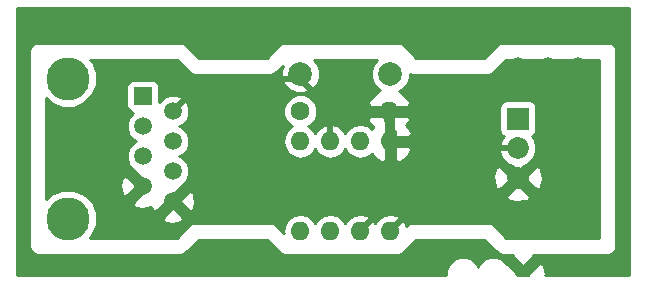
<source format=gbl>
G04 #@! TF.FileFunction,Copper,L2,Bot,Signal*
%FSLAX46Y46*%
G04 Gerber Fmt 4.6, Leading zero omitted, Abs format (unit mm)*
G04 Created by KiCad (PCBNEW 4.0.6) date Mon May  1 22:36:10 2017*
%MOMM*%
%LPD*%
G01*
G04 APERTURE LIST*
%ADD10C,0.100000*%
%ADD11O,1.600000X1.600000*%
%ADD12C,3.649980*%
%ADD13R,1.501140X1.501140*%
%ADD14C,1.501140*%
%ADD15C,1.998980*%
%ADD16C,1.524000*%
%ADD17C,1.600000*%
%ADD18R,1.850000X1.850000*%
%ADD19C,1.850000*%
%ADD20C,0.500000*%
%ADD21C,0.254000*%
G04 APERTURE END LIST*
D10*
D11*
X116205000Y-98425000D03*
X118745000Y-98425000D03*
X121285000Y-98425000D03*
X123825000Y-98425000D03*
X123825000Y-90805000D03*
X121285000Y-90805000D03*
X118745000Y-90805000D03*
X116205000Y-90805000D03*
D12*
X96520000Y-97378520D03*
X96520000Y-85509100D03*
D13*
X102870000Y-86995000D03*
D14*
X105410000Y-88265000D03*
X102870000Y-89535000D03*
X105410000Y-90805000D03*
X102870000Y-92075000D03*
X105410000Y-93345000D03*
X102870000Y-94615000D03*
X105410000Y-95885000D03*
D15*
X116205000Y-85090000D03*
X123825000Y-85090000D03*
D16*
X134620000Y-84455000D03*
X137160000Y-84455000D03*
X139700000Y-84455000D03*
D17*
X116205000Y-88265000D03*
D11*
X123705000Y-88265000D03*
D18*
X134620000Y-88900000D03*
D19*
X134620000Y-91400000D03*
X134620000Y-93900000D03*
D20*
X130850000Y-91400000D02*
X123825000Y-98425000D01*
X134620000Y-91400000D02*
X130850000Y-91400000D01*
X116205000Y-85090000D02*
X116205000Y-85565500D01*
X118745000Y-88105500D02*
X116205000Y-85565500D01*
X118745000Y-90805000D02*
X118745000Y-88105500D01*
X108109500Y-85565500D02*
X105410000Y-88265000D01*
X116205000Y-85565500D02*
X108109500Y-85565500D01*
X132680800Y-87029200D02*
X121285000Y-98425000D01*
X134585800Y-87029200D02*
X132680800Y-87029200D01*
X137160000Y-84455000D02*
X134585800Y-87029200D01*
D21*
G36*
X144018000Y-102108000D02*
X136957262Y-102108000D01*
X136964411Y-102078411D01*
X136847931Y-101336003D01*
X136787918Y-101191117D01*
X136436106Y-101131396D01*
X135567502Y-102000000D01*
X135581644Y-102014142D01*
X135487786Y-102108000D01*
X134592214Y-102108000D01*
X134498356Y-102014142D01*
X134512498Y-102000000D01*
X133643894Y-101131396D01*
X133612214Y-101136774D01*
X133292370Y-100816371D01*
X132779100Y-100603243D01*
X132223339Y-100602758D01*
X131709697Y-100814990D01*
X131316371Y-101207630D01*
X131230051Y-101415512D01*
X131145010Y-101209697D01*
X130752370Y-100816371D01*
X130239100Y-100603243D01*
X129683339Y-100602758D01*
X129169697Y-100814990D01*
X128776371Y-101207630D01*
X128563243Y-101720900D01*
X128562905Y-102108000D01*
X92202000Y-102108000D01*
X92202000Y-83185000D01*
X93270000Y-83185000D01*
X93270000Y-99695000D01*
X93324046Y-99966705D01*
X93477954Y-100197046D01*
X93708295Y-100350954D01*
X93980000Y-100405000D01*
X106045000Y-100405000D01*
X106316705Y-100350954D01*
X106547046Y-100197046D01*
X107609092Y-99135000D01*
X113370908Y-99135000D01*
X114432954Y-100197046D01*
X114663295Y-100350954D01*
X114935000Y-100405000D01*
X124460000Y-100405000D01*
X124731705Y-100350954D01*
X124962046Y-100197046D01*
X126024092Y-99135000D01*
X131785908Y-99135000D01*
X132847954Y-100197046D01*
X133078295Y-100350954D01*
X133350000Y-100405000D01*
X134205159Y-100405000D01*
X134171396Y-100603894D01*
X135040000Y-101472498D01*
X135908604Y-100603894D01*
X135874841Y-100405000D01*
X142240000Y-100405000D01*
X142511705Y-100350954D01*
X142742046Y-100197046D01*
X142895954Y-99966705D01*
X142950000Y-99695000D01*
X142950000Y-83185000D01*
X142895954Y-82913295D01*
X142742046Y-82682954D01*
X142511705Y-82529046D01*
X142240000Y-82475000D01*
X133350000Y-82475000D01*
X133078295Y-82529046D01*
X132847954Y-82682954D01*
X131785908Y-83745000D01*
X126024092Y-83745000D01*
X124962046Y-82682954D01*
X124731705Y-82529046D01*
X124460000Y-82475000D01*
X114935000Y-82475000D01*
X114663295Y-82529046D01*
X114432954Y-82682954D01*
X113370908Y-83745000D01*
X107609092Y-83745000D01*
X106547046Y-82682954D01*
X106316705Y-82529046D01*
X106045000Y-82475000D01*
X93980000Y-82475000D01*
X93708295Y-82529046D01*
X93477954Y-82682954D01*
X93324046Y-82913295D01*
X93270000Y-83185000D01*
X92202000Y-83185000D01*
X92202000Y-79502000D01*
X144018000Y-79502000D01*
X144018000Y-102108000D01*
X144018000Y-102108000D01*
G37*
X144018000Y-102108000D02*
X136957262Y-102108000D01*
X136964411Y-102078411D01*
X136847931Y-101336003D01*
X136787918Y-101191117D01*
X136436106Y-101131396D01*
X135567502Y-102000000D01*
X135581644Y-102014142D01*
X135487786Y-102108000D01*
X134592214Y-102108000D01*
X134498356Y-102014142D01*
X134512498Y-102000000D01*
X133643894Y-101131396D01*
X133612214Y-101136774D01*
X133292370Y-100816371D01*
X132779100Y-100603243D01*
X132223339Y-100602758D01*
X131709697Y-100814990D01*
X131316371Y-101207630D01*
X131230051Y-101415512D01*
X131145010Y-101209697D01*
X130752370Y-100816371D01*
X130239100Y-100603243D01*
X129683339Y-100602758D01*
X129169697Y-100814990D01*
X128776371Y-101207630D01*
X128563243Y-101720900D01*
X128562905Y-102108000D01*
X92202000Y-102108000D01*
X92202000Y-83185000D01*
X93270000Y-83185000D01*
X93270000Y-99695000D01*
X93324046Y-99966705D01*
X93477954Y-100197046D01*
X93708295Y-100350954D01*
X93980000Y-100405000D01*
X106045000Y-100405000D01*
X106316705Y-100350954D01*
X106547046Y-100197046D01*
X107609092Y-99135000D01*
X113370908Y-99135000D01*
X114432954Y-100197046D01*
X114663295Y-100350954D01*
X114935000Y-100405000D01*
X124460000Y-100405000D01*
X124731705Y-100350954D01*
X124962046Y-100197046D01*
X126024092Y-99135000D01*
X131785908Y-99135000D01*
X132847954Y-100197046D01*
X133078295Y-100350954D01*
X133350000Y-100405000D01*
X134205159Y-100405000D01*
X134171396Y-100603894D01*
X135040000Y-101472498D01*
X135908604Y-100603894D01*
X135874841Y-100405000D01*
X142240000Y-100405000D01*
X142511705Y-100350954D01*
X142742046Y-100197046D01*
X142895954Y-99966705D01*
X142950000Y-99695000D01*
X142950000Y-83185000D01*
X142895954Y-82913295D01*
X142742046Y-82682954D01*
X142511705Y-82529046D01*
X142240000Y-82475000D01*
X133350000Y-82475000D01*
X133078295Y-82529046D01*
X132847954Y-82682954D01*
X131785908Y-83745000D01*
X126024092Y-83745000D01*
X124962046Y-82682954D01*
X124731705Y-82529046D01*
X124460000Y-82475000D01*
X114935000Y-82475000D01*
X114663295Y-82529046D01*
X114432954Y-82682954D01*
X113370908Y-83745000D01*
X107609092Y-83745000D01*
X106547046Y-82682954D01*
X106316705Y-82529046D01*
X106045000Y-82475000D01*
X93980000Y-82475000D01*
X93708295Y-82529046D01*
X93477954Y-82682954D01*
X93324046Y-82913295D01*
X93270000Y-83185000D01*
X92202000Y-83185000D01*
X92202000Y-79502000D01*
X144018000Y-79502000D01*
X144018000Y-102108000D01*
G36*
X106812954Y-84957046D02*
X107043295Y-85110954D01*
X107315000Y-85165000D01*
X113665000Y-85165000D01*
X113936705Y-85110954D01*
X114167046Y-84957046D01*
X114720023Y-84404069D01*
X114570794Y-84763453D01*
X114570226Y-85413694D01*
X114818538Y-86014655D01*
X115277927Y-86474846D01*
X115878453Y-86724206D01*
X116528694Y-86724774D01*
X117129655Y-86476462D01*
X117589846Y-86017073D01*
X117839206Y-85416547D01*
X117839774Y-84766306D01*
X117591462Y-84165345D01*
X117321588Y-83895000D01*
X122708549Y-83895000D01*
X122440154Y-84162927D01*
X122190794Y-84763453D01*
X122190226Y-85413694D01*
X122438538Y-86014655D01*
X122897927Y-86474846D01*
X122964672Y-86502561D01*
X122399141Y-86847909D01*
X121956246Y-87455509D01*
X121896071Y-87600844D01*
X122102590Y-87892000D01*
X123332000Y-87892000D01*
X123332000Y-87872000D01*
X124078000Y-87872000D01*
X124078000Y-87892000D01*
X125307410Y-87892000D01*
X125513929Y-87600844D01*
X125453754Y-87455509D01*
X125010859Y-86847909D01*
X124542653Y-86561994D01*
X124749655Y-86476462D01*
X125209846Y-86017073D01*
X125459206Y-85416547D01*
X125459473Y-85111188D01*
X125730000Y-85165000D01*
X132080000Y-85165000D01*
X132351705Y-85110954D01*
X132582046Y-84957046D01*
X133644092Y-83895000D01*
X141530000Y-83895000D01*
X141530000Y-98985000D01*
X133644092Y-98985000D01*
X132582046Y-97922954D01*
X132351705Y-97769046D01*
X132080000Y-97715000D01*
X125730000Y-97715000D01*
X125458295Y-97769046D01*
X125227954Y-97922954D01*
X125176053Y-97974855D01*
X125150767Y-97847736D01*
X124839698Y-97382189D01*
X124374151Y-97071120D01*
X123825000Y-96961887D01*
X123275849Y-97071120D01*
X122810302Y-97382189D01*
X122555000Y-97764275D01*
X122299698Y-97382189D01*
X121834151Y-97071120D01*
X121285000Y-96961887D01*
X120735849Y-97071120D01*
X120270302Y-97382189D01*
X120015000Y-97764275D01*
X119759698Y-97382189D01*
X119294151Y-97071120D01*
X118745000Y-96961887D01*
X118195849Y-97071120D01*
X117730302Y-97382189D01*
X117475000Y-97764275D01*
X117219698Y-97382189D01*
X116754151Y-97071120D01*
X116205000Y-96961887D01*
X115655849Y-97071120D01*
X115190302Y-97382189D01*
X114879233Y-97847736D01*
X114770000Y-98396887D01*
X114770000Y-98453113D01*
X114788075Y-98543983D01*
X114167046Y-97922954D01*
X113936705Y-97769046D01*
X113665000Y-97715000D01*
X107315000Y-97715000D01*
X107043295Y-97769046D01*
X106812954Y-97922954D01*
X105750908Y-98985000D01*
X98392705Y-98985000D01*
X98604262Y-98773812D01*
X98979562Y-97869989D01*
X98980083Y-97272643D01*
X104549859Y-97272643D01*
X104608100Y-97623306D01*
X105334362Y-97797860D01*
X106072140Y-97681198D01*
X106211900Y-97623306D01*
X106270141Y-97272643D01*
X105410000Y-96412502D01*
X104549859Y-97272643D01*
X98980083Y-97272643D01*
X98980416Y-96891345D01*
X98606694Y-95986868D01*
X97915292Y-95294258D01*
X97011469Y-94918958D01*
X96032825Y-94918104D01*
X95128348Y-95291826D01*
X94690000Y-95729409D01*
X94690000Y-94539362D01*
X100957140Y-94539362D01*
X101073802Y-95277140D01*
X101131694Y-95416900D01*
X101482357Y-95475141D01*
X102342498Y-94615000D01*
X101482357Y-93754859D01*
X101131694Y-93813100D01*
X100957140Y-94539362D01*
X94690000Y-94539362D01*
X94690000Y-87157894D01*
X95124708Y-87593362D01*
X96028531Y-87968662D01*
X97007175Y-87969516D01*
X97911652Y-87595794D01*
X98604262Y-86904392D01*
X98878302Y-86244430D01*
X101471990Y-86244430D01*
X101471990Y-87745570D01*
X101516268Y-87980887D01*
X101655340Y-88197011D01*
X101867540Y-88342001D01*
X102064021Y-88381789D01*
X101696056Y-88749113D01*
X101484671Y-89258184D01*
X101484190Y-89809398D01*
X101694686Y-90318837D01*
X102084113Y-90708944D01*
X102315381Y-90804975D01*
X102086163Y-90899686D01*
X101696056Y-91289113D01*
X101484671Y-91798184D01*
X101484190Y-92349398D01*
X101694686Y-92858837D01*
X102017377Y-93182092D01*
X102009859Y-93227357D01*
X102870000Y-94087498D01*
X102884142Y-94073356D01*
X103411644Y-94600858D01*
X103397502Y-94615000D01*
X103411644Y-94629142D01*
X102884142Y-95156644D01*
X102870000Y-95142502D01*
X102009859Y-96002643D01*
X102068100Y-96353306D01*
X102794362Y-96527860D01*
X103532140Y-96411198D01*
X103588607Y-96387808D01*
X103613802Y-96547140D01*
X103671694Y-96686900D01*
X104022357Y-96745141D01*
X104882498Y-95885000D01*
X105937502Y-95885000D01*
X106797643Y-96745141D01*
X107148306Y-96686900D01*
X107322860Y-95960638D01*
X107236813Y-95416469D01*
X133631033Y-95416469D01*
X133711700Y-95784754D01*
X134502104Y-95988877D01*
X135310457Y-95874987D01*
X135528300Y-95784754D01*
X135608967Y-95416469D01*
X134620000Y-94427502D01*
X133631033Y-95416469D01*
X107236813Y-95416469D01*
X107206198Y-95222860D01*
X107148306Y-95083100D01*
X106797643Y-95024859D01*
X105937502Y-95885000D01*
X104882498Y-95885000D01*
X104868356Y-95870858D01*
X105395858Y-95343356D01*
X105410000Y-95357498D01*
X106270141Y-94497357D01*
X106262560Y-94451711D01*
X106583944Y-94130887D01*
X106728771Y-93782104D01*
X132531123Y-93782104D01*
X132645013Y-94590457D01*
X132735246Y-94808300D01*
X133103531Y-94888967D01*
X134092498Y-93900000D01*
X135147502Y-93900000D01*
X136136469Y-94888967D01*
X136504754Y-94808300D01*
X136708877Y-94017896D01*
X136594987Y-93209543D01*
X136504754Y-92991700D01*
X136136469Y-92911033D01*
X135147502Y-93900000D01*
X134092498Y-93900000D01*
X133103531Y-92911033D01*
X132735246Y-92991700D01*
X132531123Y-93782104D01*
X106728771Y-93782104D01*
X106795329Y-93621816D01*
X106795810Y-93070602D01*
X106585314Y-92561163D01*
X106195887Y-92171056D01*
X105964619Y-92075025D01*
X106193837Y-91980314D01*
X106583944Y-91590887D01*
X106795329Y-91081816D01*
X106795810Y-90530602D01*
X106585314Y-90021163D01*
X106195887Y-89631056D01*
X105964619Y-89535025D01*
X106193837Y-89440314D01*
X106583944Y-89050887D01*
X106792268Y-88549187D01*
X114769752Y-88549187D01*
X114987757Y-89076800D01*
X115391077Y-89480824D01*
X115526954Y-89537245D01*
X115190302Y-89762189D01*
X114879233Y-90227736D01*
X114770000Y-90776887D01*
X114770000Y-90833113D01*
X114879233Y-91382264D01*
X115190302Y-91847811D01*
X115655849Y-92158880D01*
X116205000Y-92268113D01*
X116754151Y-92158880D01*
X117219698Y-91847811D01*
X117475000Y-91465725D01*
X117730302Y-91847811D01*
X118195849Y-92158880D01*
X118745000Y-92268113D01*
X119294151Y-92158880D01*
X119759698Y-91847811D01*
X120015000Y-91465725D01*
X120270302Y-91847811D01*
X120735849Y-92158880D01*
X121285000Y-92268113D01*
X121834151Y-92158880D01*
X122262467Y-91872688D01*
X122407909Y-92110859D01*
X123015509Y-92553754D01*
X123160844Y-92613929D01*
X123452000Y-92407410D01*
X123452000Y-91178000D01*
X124198000Y-91178000D01*
X124198000Y-92407410D01*
X124489156Y-92613929D01*
X124634491Y-92553754D01*
X125242091Y-92110859D01*
X125633952Y-91469159D01*
X125433828Y-91178000D01*
X124198000Y-91178000D01*
X123452000Y-91178000D01*
X123432000Y-91178000D01*
X123432000Y-90432000D01*
X123452000Y-90432000D01*
X123452000Y-89202590D01*
X123332000Y-89117473D01*
X123332000Y-88638000D01*
X124078000Y-88638000D01*
X124078000Y-89873828D01*
X124198000Y-89956308D01*
X124198000Y-90432000D01*
X125433828Y-90432000D01*
X125633952Y-90140841D01*
X125242091Y-89499141D01*
X125178176Y-89452552D01*
X125453754Y-89074491D01*
X125513929Y-88929156D01*
X125307410Y-88638000D01*
X124078000Y-88638000D01*
X123332000Y-88638000D01*
X122102590Y-88638000D01*
X121896071Y-88929156D01*
X121956246Y-89074491D01*
X122343120Y-89605237D01*
X122262467Y-89737312D01*
X121834151Y-89451120D01*
X121285000Y-89341887D01*
X120735849Y-89451120D01*
X120270302Y-89762189D01*
X120015000Y-90144275D01*
X119759698Y-89762189D01*
X119294151Y-89451120D01*
X118745000Y-89341887D01*
X118195849Y-89451120D01*
X117730302Y-89762189D01*
X117475000Y-90144275D01*
X117219698Y-89762189D01*
X116883290Y-89537408D01*
X117016800Y-89482243D01*
X117420824Y-89078923D01*
X117639750Y-88551691D01*
X117640248Y-87980813D01*
X117637847Y-87975000D01*
X133047560Y-87975000D01*
X133047560Y-89825000D01*
X133091838Y-90060317D01*
X133230910Y-90276441D01*
X133412874Y-90400771D01*
X133298268Y-90515177D01*
X133060272Y-91088336D01*
X133059730Y-91708942D01*
X133296725Y-92282514D01*
X133735177Y-92721732D01*
X134135436Y-92887934D01*
X134620000Y-93372498D01*
X135104955Y-92887543D01*
X135502514Y-92723275D01*
X135941732Y-92284823D01*
X136179728Y-91711664D01*
X136180270Y-91091058D01*
X135943275Y-90517486D01*
X135825246Y-90399251D01*
X135996441Y-90289090D01*
X136141431Y-90076890D01*
X136192440Y-89825000D01*
X136192440Y-87975000D01*
X136148162Y-87739683D01*
X136009090Y-87523559D01*
X135796890Y-87378569D01*
X135545000Y-87327560D01*
X133695000Y-87327560D01*
X133459683Y-87371838D01*
X133243559Y-87510910D01*
X133098569Y-87723110D01*
X133047560Y-87975000D01*
X117637847Y-87975000D01*
X117422243Y-87453200D01*
X117018923Y-87049176D01*
X116491691Y-86830250D01*
X115920813Y-86829752D01*
X115393200Y-87047757D01*
X114989176Y-87451077D01*
X114770250Y-87978309D01*
X114769752Y-88549187D01*
X106792268Y-88549187D01*
X106795329Y-88541816D01*
X106795810Y-87990602D01*
X106585314Y-87481163D01*
X106195887Y-87091056D01*
X105686816Y-86879671D01*
X105135602Y-86879190D01*
X104626163Y-87089686D01*
X104268010Y-87447215D01*
X104268010Y-86244430D01*
X104223732Y-86009113D01*
X104084660Y-85792989D01*
X103872460Y-85647999D01*
X103620570Y-85596990D01*
X102119430Y-85596990D01*
X101884113Y-85641268D01*
X101667989Y-85780340D01*
X101522999Y-85992540D01*
X101471990Y-86244430D01*
X98878302Y-86244430D01*
X98979562Y-86000569D01*
X98980416Y-85021925D01*
X98606694Y-84117448D01*
X98384634Y-83895000D01*
X105750908Y-83895000D01*
X106812954Y-84957046D01*
X106812954Y-84957046D01*
G37*
X106812954Y-84957046D02*
X107043295Y-85110954D01*
X107315000Y-85165000D01*
X113665000Y-85165000D01*
X113936705Y-85110954D01*
X114167046Y-84957046D01*
X114720023Y-84404069D01*
X114570794Y-84763453D01*
X114570226Y-85413694D01*
X114818538Y-86014655D01*
X115277927Y-86474846D01*
X115878453Y-86724206D01*
X116528694Y-86724774D01*
X117129655Y-86476462D01*
X117589846Y-86017073D01*
X117839206Y-85416547D01*
X117839774Y-84766306D01*
X117591462Y-84165345D01*
X117321588Y-83895000D01*
X122708549Y-83895000D01*
X122440154Y-84162927D01*
X122190794Y-84763453D01*
X122190226Y-85413694D01*
X122438538Y-86014655D01*
X122897927Y-86474846D01*
X122964672Y-86502561D01*
X122399141Y-86847909D01*
X121956246Y-87455509D01*
X121896071Y-87600844D01*
X122102590Y-87892000D01*
X123332000Y-87892000D01*
X123332000Y-87872000D01*
X124078000Y-87872000D01*
X124078000Y-87892000D01*
X125307410Y-87892000D01*
X125513929Y-87600844D01*
X125453754Y-87455509D01*
X125010859Y-86847909D01*
X124542653Y-86561994D01*
X124749655Y-86476462D01*
X125209846Y-86017073D01*
X125459206Y-85416547D01*
X125459473Y-85111188D01*
X125730000Y-85165000D01*
X132080000Y-85165000D01*
X132351705Y-85110954D01*
X132582046Y-84957046D01*
X133644092Y-83895000D01*
X141530000Y-83895000D01*
X141530000Y-98985000D01*
X133644092Y-98985000D01*
X132582046Y-97922954D01*
X132351705Y-97769046D01*
X132080000Y-97715000D01*
X125730000Y-97715000D01*
X125458295Y-97769046D01*
X125227954Y-97922954D01*
X125176053Y-97974855D01*
X125150767Y-97847736D01*
X124839698Y-97382189D01*
X124374151Y-97071120D01*
X123825000Y-96961887D01*
X123275849Y-97071120D01*
X122810302Y-97382189D01*
X122555000Y-97764275D01*
X122299698Y-97382189D01*
X121834151Y-97071120D01*
X121285000Y-96961887D01*
X120735849Y-97071120D01*
X120270302Y-97382189D01*
X120015000Y-97764275D01*
X119759698Y-97382189D01*
X119294151Y-97071120D01*
X118745000Y-96961887D01*
X118195849Y-97071120D01*
X117730302Y-97382189D01*
X117475000Y-97764275D01*
X117219698Y-97382189D01*
X116754151Y-97071120D01*
X116205000Y-96961887D01*
X115655849Y-97071120D01*
X115190302Y-97382189D01*
X114879233Y-97847736D01*
X114770000Y-98396887D01*
X114770000Y-98453113D01*
X114788075Y-98543983D01*
X114167046Y-97922954D01*
X113936705Y-97769046D01*
X113665000Y-97715000D01*
X107315000Y-97715000D01*
X107043295Y-97769046D01*
X106812954Y-97922954D01*
X105750908Y-98985000D01*
X98392705Y-98985000D01*
X98604262Y-98773812D01*
X98979562Y-97869989D01*
X98980083Y-97272643D01*
X104549859Y-97272643D01*
X104608100Y-97623306D01*
X105334362Y-97797860D01*
X106072140Y-97681198D01*
X106211900Y-97623306D01*
X106270141Y-97272643D01*
X105410000Y-96412502D01*
X104549859Y-97272643D01*
X98980083Y-97272643D01*
X98980416Y-96891345D01*
X98606694Y-95986868D01*
X97915292Y-95294258D01*
X97011469Y-94918958D01*
X96032825Y-94918104D01*
X95128348Y-95291826D01*
X94690000Y-95729409D01*
X94690000Y-94539362D01*
X100957140Y-94539362D01*
X101073802Y-95277140D01*
X101131694Y-95416900D01*
X101482357Y-95475141D01*
X102342498Y-94615000D01*
X101482357Y-93754859D01*
X101131694Y-93813100D01*
X100957140Y-94539362D01*
X94690000Y-94539362D01*
X94690000Y-87157894D01*
X95124708Y-87593362D01*
X96028531Y-87968662D01*
X97007175Y-87969516D01*
X97911652Y-87595794D01*
X98604262Y-86904392D01*
X98878302Y-86244430D01*
X101471990Y-86244430D01*
X101471990Y-87745570D01*
X101516268Y-87980887D01*
X101655340Y-88197011D01*
X101867540Y-88342001D01*
X102064021Y-88381789D01*
X101696056Y-88749113D01*
X101484671Y-89258184D01*
X101484190Y-89809398D01*
X101694686Y-90318837D01*
X102084113Y-90708944D01*
X102315381Y-90804975D01*
X102086163Y-90899686D01*
X101696056Y-91289113D01*
X101484671Y-91798184D01*
X101484190Y-92349398D01*
X101694686Y-92858837D01*
X102017377Y-93182092D01*
X102009859Y-93227357D01*
X102870000Y-94087498D01*
X102884142Y-94073356D01*
X103411644Y-94600858D01*
X103397502Y-94615000D01*
X103411644Y-94629142D01*
X102884142Y-95156644D01*
X102870000Y-95142502D01*
X102009859Y-96002643D01*
X102068100Y-96353306D01*
X102794362Y-96527860D01*
X103532140Y-96411198D01*
X103588607Y-96387808D01*
X103613802Y-96547140D01*
X103671694Y-96686900D01*
X104022357Y-96745141D01*
X104882498Y-95885000D01*
X105937502Y-95885000D01*
X106797643Y-96745141D01*
X107148306Y-96686900D01*
X107322860Y-95960638D01*
X107236813Y-95416469D01*
X133631033Y-95416469D01*
X133711700Y-95784754D01*
X134502104Y-95988877D01*
X135310457Y-95874987D01*
X135528300Y-95784754D01*
X135608967Y-95416469D01*
X134620000Y-94427502D01*
X133631033Y-95416469D01*
X107236813Y-95416469D01*
X107206198Y-95222860D01*
X107148306Y-95083100D01*
X106797643Y-95024859D01*
X105937502Y-95885000D01*
X104882498Y-95885000D01*
X104868356Y-95870858D01*
X105395858Y-95343356D01*
X105410000Y-95357498D01*
X106270141Y-94497357D01*
X106262560Y-94451711D01*
X106583944Y-94130887D01*
X106728771Y-93782104D01*
X132531123Y-93782104D01*
X132645013Y-94590457D01*
X132735246Y-94808300D01*
X133103531Y-94888967D01*
X134092498Y-93900000D01*
X135147502Y-93900000D01*
X136136469Y-94888967D01*
X136504754Y-94808300D01*
X136708877Y-94017896D01*
X136594987Y-93209543D01*
X136504754Y-92991700D01*
X136136469Y-92911033D01*
X135147502Y-93900000D01*
X134092498Y-93900000D01*
X133103531Y-92911033D01*
X132735246Y-92991700D01*
X132531123Y-93782104D01*
X106728771Y-93782104D01*
X106795329Y-93621816D01*
X106795810Y-93070602D01*
X106585314Y-92561163D01*
X106195887Y-92171056D01*
X105964619Y-92075025D01*
X106193837Y-91980314D01*
X106583944Y-91590887D01*
X106795329Y-91081816D01*
X106795810Y-90530602D01*
X106585314Y-90021163D01*
X106195887Y-89631056D01*
X105964619Y-89535025D01*
X106193837Y-89440314D01*
X106583944Y-89050887D01*
X106792268Y-88549187D01*
X114769752Y-88549187D01*
X114987757Y-89076800D01*
X115391077Y-89480824D01*
X115526954Y-89537245D01*
X115190302Y-89762189D01*
X114879233Y-90227736D01*
X114770000Y-90776887D01*
X114770000Y-90833113D01*
X114879233Y-91382264D01*
X115190302Y-91847811D01*
X115655849Y-92158880D01*
X116205000Y-92268113D01*
X116754151Y-92158880D01*
X117219698Y-91847811D01*
X117475000Y-91465725D01*
X117730302Y-91847811D01*
X118195849Y-92158880D01*
X118745000Y-92268113D01*
X119294151Y-92158880D01*
X119759698Y-91847811D01*
X120015000Y-91465725D01*
X120270302Y-91847811D01*
X120735849Y-92158880D01*
X121285000Y-92268113D01*
X121834151Y-92158880D01*
X122262467Y-91872688D01*
X122407909Y-92110859D01*
X123015509Y-92553754D01*
X123160844Y-92613929D01*
X123452000Y-92407410D01*
X123452000Y-91178000D01*
X124198000Y-91178000D01*
X124198000Y-92407410D01*
X124489156Y-92613929D01*
X124634491Y-92553754D01*
X125242091Y-92110859D01*
X125633952Y-91469159D01*
X125433828Y-91178000D01*
X124198000Y-91178000D01*
X123452000Y-91178000D01*
X123432000Y-91178000D01*
X123432000Y-90432000D01*
X123452000Y-90432000D01*
X123452000Y-89202590D01*
X123332000Y-89117473D01*
X123332000Y-88638000D01*
X124078000Y-88638000D01*
X124078000Y-89873828D01*
X124198000Y-89956308D01*
X124198000Y-90432000D01*
X125433828Y-90432000D01*
X125633952Y-90140841D01*
X125242091Y-89499141D01*
X125178176Y-89452552D01*
X125453754Y-89074491D01*
X125513929Y-88929156D01*
X125307410Y-88638000D01*
X124078000Y-88638000D01*
X123332000Y-88638000D01*
X122102590Y-88638000D01*
X121896071Y-88929156D01*
X121956246Y-89074491D01*
X122343120Y-89605237D01*
X122262467Y-89737312D01*
X121834151Y-89451120D01*
X121285000Y-89341887D01*
X120735849Y-89451120D01*
X120270302Y-89762189D01*
X120015000Y-90144275D01*
X119759698Y-89762189D01*
X119294151Y-89451120D01*
X118745000Y-89341887D01*
X118195849Y-89451120D01*
X117730302Y-89762189D01*
X117475000Y-90144275D01*
X117219698Y-89762189D01*
X116883290Y-89537408D01*
X117016800Y-89482243D01*
X117420824Y-89078923D01*
X117639750Y-88551691D01*
X117640248Y-87980813D01*
X117637847Y-87975000D01*
X133047560Y-87975000D01*
X133047560Y-89825000D01*
X133091838Y-90060317D01*
X133230910Y-90276441D01*
X133412874Y-90400771D01*
X133298268Y-90515177D01*
X133060272Y-91088336D01*
X133059730Y-91708942D01*
X133296725Y-92282514D01*
X133735177Y-92721732D01*
X134135436Y-92887934D01*
X134620000Y-93372498D01*
X135104955Y-92887543D01*
X135502514Y-92723275D01*
X135941732Y-92284823D01*
X136179728Y-91711664D01*
X136180270Y-91091058D01*
X135943275Y-90517486D01*
X135825246Y-90399251D01*
X135996441Y-90289090D01*
X136141431Y-90076890D01*
X136192440Y-89825000D01*
X136192440Y-87975000D01*
X136148162Y-87739683D01*
X136009090Y-87523559D01*
X135796890Y-87378569D01*
X135545000Y-87327560D01*
X133695000Y-87327560D01*
X133459683Y-87371838D01*
X133243559Y-87510910D01*
X133098569Y-87723110D01*
X133047560Y-87975000D01*
X117637847Y-87975000D01*
X117422243Y-87453200D01*
X117018923Y-87049176D01*
X116491691Y-86830250D01*
X115920813Y-86829752D01*
X115393200Y-87047757D01*
X114989176Y-87451077D01*
X114770250Y-87978309D01*
X114769752Y-88549187D01*
X106792268Y-88549187D01*
X106795329Y-88541816D01*
X106795810Y-87990602D01*
X106585314Y-87481163D01*
X106195887Y-87091056D01*
X105686816Y-86879671D01*
X105135602Y-86879190D01*
X104626163Y-87089686D01*
X104268010Y-87447215D01*
X104268010Y-86244430D01*
X104223732Y-86009113D01*
X104084660Y-85792989D01*
X103872460Y-85647999D01*
X103620570Y-85596990D01*
X102119430Y-85596990D01*
X101884113Y-85641268D01*
X101667989Y-85780340D01*
X101522999Y-85992540D01*
X101471990Y-86244430D01*
X98878302Y-86244430D01*
X98979562Y-86000569D01*
X98980416Y-85021925D01*
X98606694Y-84117448D01*
X98384634Y-83895000D01*
X105750908Y-83895000D01*
X106812954Y-84957046D01*
M02*

</source>
